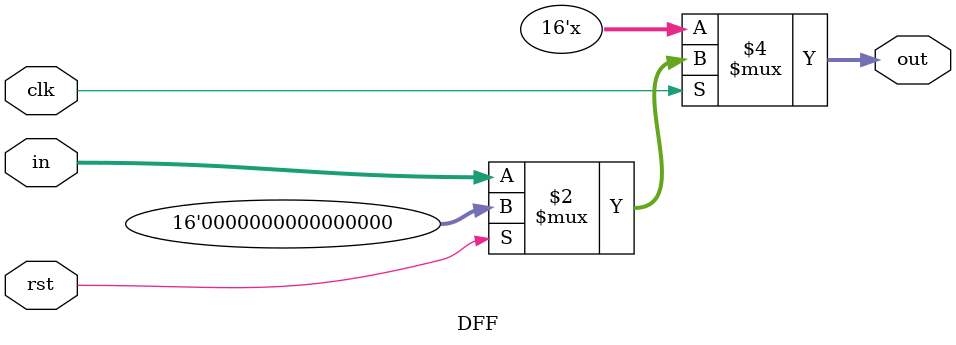
<source format=v>
`ifndef DFF_V
`define DFF_V

module DFF(clk,rst,in,out);
	input clk; input  rst;
	input      [15:0] in;
	output reg [15:0] out;

	always @(clk,rst) begin
		if (clk) begin
			out = rst ? 16'b0000000000000000 : in;
		end
	end
endmodule
`endif

</source>
